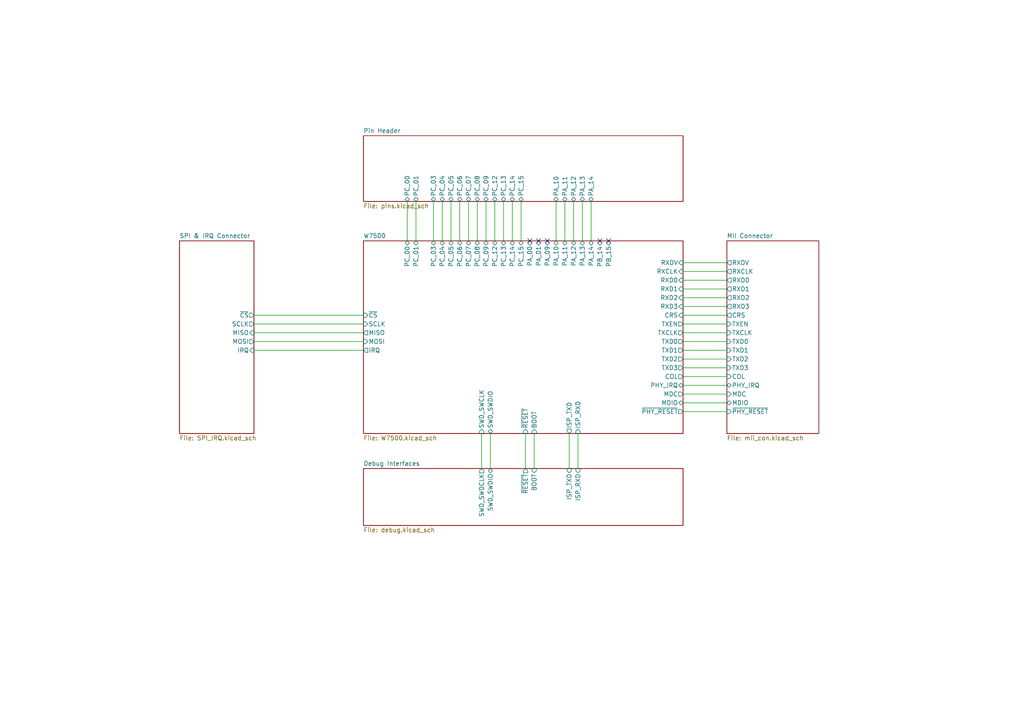
<source format=kicad_sch>
(kicad_sch
	(version 20231120)
	(generator "eeschema")
	(generator_version "8.0")
	(uuid "460d8abe-0ad9-4d14-ab03-1a3732521393")
	(paper "A4")
	(title_block
		(title "W7500 MAC Card")
		(date "2024-08-09")
	)
	(lib_symbols)
	(no_connect
		(at 176.53 69.85)
		(uuid "26995660-b90e-4349-a6fb-7e714b505bd5")
	)
	(no_connect
		(at 173.99 69.85)
		(uuid "4dc32cce-7829-43f5-acf7-e584e39c530e")
	)
	(no_connect
		(at 156.21 69.85)
		(uuid "605c0973-7652-42fd-a699-4ef18478e180")
	)
	(no_connect
		(at 158.75 69.85)
		(uuid "62e9bad4-ea1b-4966-95dd-d9903b0090f7")
	)
	(no_connect
		(at 153.67 69.85)
		(uuid "f257e627-6a27-4b7a-9ba4-cc062b595c9d")
	)
	(wire
		(pts
			(xy 198.12 88.9) (xy 210.82 88.9)
		)
		(stroke
			(width 0)
			(type default)
		)
		(uuid "00e8507e-7193-4e9f-990d-5e2c844eafb0")
	)
	(wire
		(pts
			(xy 198.12 101.6) (xy 210.82 101.6)
		)
		(stroke
			(width 0)
			(type default)
		)
		(uuid "07d9bdd4-e708-4e90-b85d-6e21c2409e37")
	)
	(wire
		(pts
			(xy 139.7 125.73) (xy 139.7 135.89)
		)
		(stroke
			(width 0)
			(type default)
		)
		(uuid "0991bc34-c6ec-4c31-a026-0d8f0f4b629a")
	)
	(wire
		(pts
			(xy 198.12 119.38) (xy 210.82 119.38)
		)
		(stroke
			(width 0)
			(type default)
		)
		(uuid "099ea666-1c57-4060-97d6-2b023db7a87f")
	)
	(wire
		(pts
			(xy 125.73 58.42) (xy 125.73 69.85)
		)
		(stroke
			(width 0)
			(type default)
		)
		(uuid "0d0f8d8b-da25-482a-8be0-79f17e70d5c3")
	)
	(wire
		(pts
			(xy 151.13 58.42) (xy 151.13 69.85)
		)
		(stroke
			(width 0)
			(type default)
		)
		(uuid "0eb7e796-0535-4920-a09f-5c517347bea4")
	)
	(wire
		(pts
			(xy 118.11 58.42) (xy 118.11 69.85)
		)
		(stroke
			(width 0)
			(type default)
		)
		(uuid "109b0b4c-cb34-4144-a33b-8591a78879e7")
	)
	(wire
		(pts
			(xy 143.51 58.42) (xy 143.51 69.85)
		)
		(stroke
			(width 0)
			(type default)
		)
		(uuid "10d8c202-1eb6-457b-8606-0a7428772b14")
	)
	(wire
		(pts
			(xy 128.27 58.42) (xy 128.27 69.85)
		)
		(stroke
			(width 0)
			(type default)
		)
		(uuid "163347e7-2984-4eb0-baab-47659b492ca5")
	)
	(wire
		(pts
			(xy 73.66 93.98) (xy 105.41 93.98)
		)
		(stroke
			(width 0)
			(type default)
		)
		(uuid "1fa4f136-a32f-48e6-ae8b-367fe9105ebe")
	)
	(wire
		(pts
			(xy 165.1 125.73) (xy 165.1 135.89)
		)
		(stroke
			(width 0)
			(type default)
		)
		(uuid "270bbd0b-a015-4a87-9991-79b89e67a8fd")
	)
	(wire
		(pts
			(xy 140.97 58.42) (xy 140.97 69.85)
		)
		(stroke
			(width 0)
			(type default)
		)
		(uuid "2742ae4c-fd60-4141-b39a-f3c44d5fe071")
	)
	(wire
		(pts
			(xy 198.12 109.22) (xy 210.82 109.22)
		)
		(stroke
			(width 0)
			(type default)
		)
		(uuid "2c6a5442-6f33-498c-a5c3-122e4b40142e")
	)
	(wire
		(pts
			(xy 171.45 58.42) (xy 171.45 69.85)
		)
		(stroke
			(width 0)
			(type default)
		)
		(uuid "2f72b577-dc3b-4208-9108-330eda783e6c")
	)
	(wire
		(pts
			(xy 168.91 58.42) (xy 168.91 69.85)
		)
		(stroke
			(width 0)
			(type default)
		)
		(uuid "300a1def-2f6a-48a4-a922-aea91788fff1")
	)
	(wire
		(pts
			(xy 198.12 96.52) (xy 210.82 96.52)
		)
		(stroke
			(width 0)
			(type default)
		)
		(uuid "31393379-9760-428b-96b0-f71ab2a96b85")
	)
	(wire
		(pts
			(xy 198.12 106.68) (xy 210.82 106.68)
		)
		(stroke
			(width 0)
			(type default)
		)
		(uuid "317f3088-c034-405d-a3a6-331515c7d6ec")
	)
	(wire
		(pts
			(xy 198.12 91.44) (xy 210.82 91.44)
		)
		(stroke
			(width 0)
			(type default)
		)
		(uuid "42ab1529-4a83-4da1-9b60-bead3f8a9532")
	)
	(wire
		(pts
			(xy 198.12 114.3) (xy 210.82 114.3)
		)
		(stroke
			(width 0)
			(type default)
		)
		(uuid "4735adc9-a522-443c-a7a8-c83bf60ced7b")
	)
	(wire
		(pts
			(xy 73.66 101.6) (xy 105.41 101.6)
		)
		(stroke
			(width 0)
			(type default)
		)
		(uuid "51fff32d-3b4c-440c-a65f-6c866951104d")
	)
	(wire
		(pts
			(xy 167.64 125.73) (xy 167.64 135.89)
		)
		(stroke
			(width 0)
			(type default)
		)
		(uuid "5553e5bc-3d02-4bb8-a385-0c0cf7ef860b")
	)
	(wire
		(pts
			(xy 73.66 96.52) (xy 105.41 96.52)
		)
		(stroke
			(width 0)
			(type default)
		)
		(uuid "56e05f68-02e8-4e27-98a5-350cb153a30b")
	)
	(wire
		(pts
			(xy 130.81 58.42) (xy 130.81 69.85)
		)
		(stroke
			(width 0)
			(type default)
		)
		(uuid "6ad8f5bc-7de6-4974-8c08-059e1a235758")
	)
	(wire
		(pts
			(xy 198.12 78.74) (xy 210.82 78.74)
		)
		(stroke
			(width 0)
			(type default)
		)
		(uuid "719b12cd-4e41-40d3-a9e3-0ed30084daf5")
	)
	(wire
		(pts
			(xy 198.12 93.98) (xy 210.82 93.98)
		)
		(stroke
			(width 0)
			(type default)
		)
		(uuid "81537734-2c72-4f35-a351-7ac5e9d65edd")
	)
	(wire
		(pts
			(xy 154.94 125.73) (xy 154.94 135.89)
		)
		(stroke
			(width 0)
			(type default)
		)
		(uuid "90c85d31-3a2d-4068-ba2f-ec2fd28b8c8f")
	)
	(wire
		(pts
			(xy 142.24 125.73) (xy 142.24 135.89)
		)
		(stroke
			(width 0)
			(type default)
		)
		(uuid "94dfb431-40c4-495d-9b46-90fe3b28a4d1")
	)
	(wire
		(pts
			(xy 148.59 58.42) (xy 148.59 69.85)
		)
		(stroke
			(width 0)
			(type default)
		)
		(uuid "9c59fc2c-8a9a-480a-8d05-d070888651ce")
	)
	(wire
		(pts
			(xy 152.4 125.73) (xy 152.4 135.89)
		)
		(stroke
			(width 0)
			(type default)
		)
		(uuid "a1fcdadb-0578-4532-929c-cf48228debdc")
	)
	(wire
		(pts
			(xy 133.35 58.42) (xy 133.35 69.85)
		)
		(stroke
			(width 0)
			(type default)
		)
		(uuid "a3b359e4-96fc-4724-a2e7-998e649ad855")
	)
	(wire
		(pts
			(xy 198.12 104.14) (xy 210.82 104.14)
		)
		(stroke
			(width 0)
			(type default)
		)
		(uuid "aaa1f1f7-4d2b-43e3-94f0-b4d34f0de01a")
	)
	(wire
		(pts
			(xy 198.12 111.76) (xy 210.82 111.76)
		)
		(stroke
			(width 0)
			(type default)
		)
		(uuid "ac01fc5b-1f8b-4c5a-ba04-a40142d334a5")
	)
	(wire
		(pts
			(xy 135.89 58.42) (xy 135.89 69.85)
		)
		(stroke
			(width 0)
			(type default)
		)
		(uuid "ad245923-951e-459f-be48-3d1a862dfff2")
	)
	(wire
		(pts
			(xy 163.83 58.42) (xy 163.83 69.85)
		)
		(stroke
			(width 0)
			(type default)
		)
		(uuid "beeb3325-d17c-493e-b067-fb1be5af491a")
	)
	(wire
		(pts
			(xy 166.37 58.42) (xy 166.37 69.85)
		)
		(stroke
			(width 0)
			(type default)
		)
		(uuid "c8dc02ff-7d6e-43e0-9bae-58c43eb39d26")
	)
	(wire
		(pts
			(xy 146.05 58.42) (xy 146.05 69.85)
		)
		(stroke
			(width 0)
			(type default)
		)
		(uuid "cd32dc01-c157-4e51-8939-41e27873c564")
	)
	(wire
		(pts
			(xy 120.65 58.42) (xy 120.65 69.85)
		)
		(stroke
			(width 0)
			(type default)
		)
		(uuid "cf5f52c6-7a42-4c24-8b2a-01e694fbcc50")
	)
	(wire
		(pts
			(xy 198.12 86.36) (xy 210.82 86.36)
		)
		(stroke
			(width 0)
			(type default)
		)
		(uuid "d14e3682-a7bf-40dc-a097-fcddc725fb85")
	)
	(wire
		(pts
			(xy 198.12 76.2) (xy 210.82 76.2)
		)
		(stroke
			(width 0)
			(type default)
		)
		(uuid "d35468e5-2f43-453f-b4e7-1fe2c1386c80")
	)
	(wire
		(pts
			(xy 198.12 83.82) (xy 210.82 83.82)
		)
		(stroke
			(width 0)
			(type default)
		)
		(uuid "d48b4bc0-5616-44a5-bb5b-5edbc5a85fd4")
	)
	(wire
		(pts
			(xy 198.12 116.84) (xy 210.82 116.84)
		)
		(stroke
			(width 0)
			(type default)
		)
		(uuid "dee75c2e-db83-481f-b1ae-f4607a716f7f")
	)
	(wire
		(pts
			(xy 73.66 91.44) (xy 105.41 91.44)
		)
		(stroke
			(width 0)
			(type default)
		)
		(uuid "e181ddf5-51fe-45bd-a6bd-6d6229e87274")
	)
	(wire
		(pts
			(xy 73.66 99.06) (xy 105.41 99.06)
		)
		(stroke
			(width 0)
			(type default)
		)
		(uuid "e465b560-5387-4f6f-87aa-434f2bcf5d24")
	)
	(wire
		(pts
			(xy 138.43 58.42) (xy 138.43 69.85)
		)
		(stroke
			(width 0)
			(type default)
		)
		(uuid "e92fecac-0cb7-442d-9e24-416bc6f81ac5")
	)
	(wire
		(pts
			(xy 198.12 81.28) (xy 210.82 81.28)
		)
		(stroke
			(width 0)
			(type default)
		)
		(uuid "eacaacf8-5483-4dd3-a0a3-3ef337a2bb6f")
	)
	(wire
		(pts
			(xy 198.12 99.06) (xy 210.82 99.06)
		)
		(stroke
			(width 0)
			(type default)
		)
		(uuid "f2d955f8-49a6-4faa-a4d9-f24090cdcc35")
	)
	(wire
		(pts
			(xy 161.29 58.42) (xy 161.29 69.85)
		)
		(stroke
			(width 0)
			(type default)
		)
		(uuid "ffda09fe-29fd-43f7-a89b-173e04310a02")
	)
	(sheet
		(at 52.07 69.85)
		(size 21.59 55.88)
		(fields_autoplaced yes)
		(stroke
			(width 0.1524)
			(type solid)
		)
		(fill
			(color 0 0 0 0.0000)
		)
		(uuid "0b008659-3025-4d41-afeb-b04ab35b6fe4")
		(property "Sheetname" "SPI & IRQ Connector"
			(at 52.07 69.1384 0)
			(effects
				(font
					(size 1.27 1.27)
				)
				(justify left bottom)
			)
		)
		(property "Sheetfile" "SPI_IRQ.kicad_sch"
			(at 52.07 126.3146 0)
			(effects
				(font
					(size 1.27 1.27)
				)
				(justify left top)
			)
		)
		(pin "MISO" input
			(at 73.66 96.52 0)
			(effects
				(font
					(size 1.27 1.27)
				)
				(justify right)
			)
			(uuid "aeeff403-f4f4-4d4a-819a-5e8084691403")
		)
		(pin "SCLK" output
			(at 73.66 93.98 0)
			(effects
				(font
					(size 1.27 1.27)
				)
				(justify right)
			)
			(uuid "a8425780-755d-4798-8c94-483212f6e733")
		)
		(pin "IRQ" input
			(at 73.66 101.6 0)
			(effects
				(font
					(size 1.27 1.27)
				)
				(justify right)
			)
			(uuid "f7f6bc27-c16c-4af7-ba49-bedad0dd4109")
		)
		(pin "~{CS}" output
			(at 73.66 91.44 0)
			(effects
				(font
					(size 1.27 1.27)
				)
				(justify right)
			)
			(uuid "65f30644-0102-4386-95b3-ff64a843e6bd")
		)
		(pin "MOSI" output
			(at 73.66 99.06 0)
			(effects
				(font
					(size 1.27 1.27)
				)
				(justify right)
			)
			(uuid "00f5a7c0-a4cd-419a-bf60-67f0f8a566ae")
		)
		(instances
			(project "W7500_MAC"
				(path "/460d8abe-0ad9-4d14-ab03-1a3732521393"
					(page "4")
				)
			)
		)
	)
	(sheet
		(at 105.41 135.89)
		(size 92.71 16.51)
		(fields_autoplaced yes)
		(stroke
			(width 0.1524)
			(type solid)
		)
		(fill
			(color 0 0 0 0.0000)
		)
		(uuid "50e145b1-6044-42db-be98-21033c064e7b")
		(property "Sheetname" "Debug Interfaces"
			(at 105.41 135.1784 0)
			(effects
				(font
					(size 1.27 1.27)
				)
				(justify left bottom)
			)
		)
		(property "Sheetfile" "debug.kicad_sch"
			(at 105.41 152.9846 0)
			(effects
				(font
					(size 1.27 1.27)
				)
				(justify left top)
			)
		)
		(pin "BOOT" input
			(at 154.94 135.89 90)
			(effects
				(font
					(size 1.27 1.27)
				)
				(justify right)
			)
			(uuid "c43984f7-05d5-432a-be43-40406133e33f")
		)
		(pin "SWD_SWDCLK" output
			(at 139.7 135.89 90)
			(effects
				(font
					(size 1.27 1.27)
				)
				(justify right)
			)
			(uuid "16625741-73fe-4043-8395-2fd4caf8e90c")
		)
		(pin "SWD_SWDIO" bidirectional
			(at 142.24 135.89 90)
			(effects
				(font
					(size 1.27 1.27)
				)
				(justify right)
			)
			(uuid "2b424e8d-5679-47c7-92e1-be782807c3c0")
		)
		(pin "ISP_TXD" input
			(at 165.1 135.89 90)
			(effects
				(font
					(size 1.27 1.27)
				)
				(justify right)
			)
			(uuid "cf8be77c-9f10-462b-8b3d-1be5174719d6")
		)
		(pin "ISP_RXD" input
			(at 167.64 135.89 90)
			(effects
				(font
					(size 1.27 1.27)
				)
				(justify right)
			)
			(uuid "85c35943-8527-489f-a03a-de2f6a2a4ce9")
		)
		(pin "~{RESET}" output
			(at 152.4 135.89 90)
			(effects
				(font
					(size 1.27 1.27)
				)
				(justify right)
			)
			(uuid "0d6c53c5-812b-414a-8dc1-1f798286d385")
		)
		(instances
			(project "W7500_MAC"
				(path "/460d8abe-0ad9-4d14-ab03-1a3732521393"
					(page "5")
				)
			)
		)
	)
	(sheet
		(at 210.82 69.85)
		(size 26.67 55.88)
		(fields_autoplaced yes)
		(stroke
			(width 0.1524)
			(type solid)
		)
		(fill
			(color 0 0 0 0.0000)
		)
		(uuid "6597f2a1-3806-4dfe-9687-23176bf0f0f1")
		(property "Sheetname" "MII Connector"
			(at 210.82 69.1384 0)
			(effects
				(font
					(size 1.27 1.27)
				)
				(justify left bottom)
			)
		)
		(property "Sheetfile" "mii_con.kicad_sch"
			(at 210.82 126.3146 0)
			(effects
				(font
					(size 1.27 1.27)
				)
				(justify left top)
			)
		)
		(pin "COL" input
			(at 210.82 109.22 180)
			(effects
				(font
					(size 1.27 1.27)
				)
				(justify left)
			)
			(uuid "1650d177-4514-4ae5-8bde-1f7a7b62f71a")
		)
		(pin "CRS" output
			(at 210.82 91.44 180)
			(effects
				(font
					(size 1.27 1.27)
				)
				(justify left)
			)
			(uuid "28f04935-9050-4737-93cf-da434d70f43f")
		)
		(pin "RXCLK" output
			(at 210.82 78.74 180)
			(effects
				(font
					(size 1.27 1.27)
				)
				(justify left)
			)
			(uuid "6e9ac394-8910-4ee9-a3ca-db5d690bffdc")
		)
		(pin "~{PHY_RESET}" input
			(at 210.82 119.38 180)
			(effects
				(font
					(size 1.27 1.27)
				)
				(justify left)
			)
			(uuid "706c4d7b-277f-4dcf-a75e-aaf11b982d70")
		)
		(pin "RXDV" output
			(at 210.82 76.2 180)
			(effects
				(font
					(size 1.27 1.27)
				)
				(justify left)
			)
			(uuid "124cc5af-ed46-446f-8592-978ce08b7e18")
		)
		(pin "TXEN" input
			(at 210.82 93.98 180)
			(effects
				(font
					(size 1.27 1.27)
				)
				(justify left)
			)
			(uuid "f0fb454d-619d-4169-b045-ca4c56863514")
		)
		(pin "TXD3" input
			(at 210.82 106.68 180)
			(effects
				(font
					(size 1.27 1.27)
				)
				(justify left)
			)
			(uuid "a713d7d9-baf9-4d63-8591-1dbf87fd12cb")
		)
		(pin "TXCLK" input
			(at 210.82 96.52 180)
			(effects
				(font
					(size 1.27 1.27)
				)
				(justify left)
			)
			(uuid "5d64e0ab-8555-4117-88f9-6c4e90da5313")
		)
		(pin "PHY_IRQ" bidirectional
			(at 210.82 111.76 180)
			(effects
				(font
					(size 1.27 1.27)
				)
				(justify left)
			)
			(uuid "5d4addea-061f-46d7-91a8-16031acaa73a")
		)
		(pin "TXD2" input
			(at 210.82 104.14 180)
			(effects
				(font
					(size 1.27 1.27)
				)
				(justify left)
			)
			(uuid "af1b44b6-6139-4de3-a811-1ed617708bef")
		)
		(pin "RXD2" output
			(at 210.82 86.36 180)
			(effects
				(font
					(size 1.27 1.27)
				)
				(justify left)
			)
			(uuid "2d7927e5-f509-458a-9da6-817cd209b8db")
		)
		(pin "RXD3" output
			(at 210.82 88.9 180)
			(effects
				(font
					(size 1.27 1.27)
				)
				(justify left)
			)
			(uuid "aae5002c-e502-4ede-90cb-a5a2800a48bf")
		)
		(pin "MDIO" bidirectional
			(at 210.82 116.84 180)
			(effects
				(font
					(size 1.27 1.27)
				)
				(justify left)
			)
			(uuid "7b10eb39-e47c-477f-9889-61865984e540")
		)
		(pin "RXD1" output
			(at 210.82 83.82 180)
			(effects
				(font
					(size 1.27 1.27)
				)
				(justify left)
			)
			(uuid "674ff5f3-15a6-4d0e-993a-9aa09902e9d4")
		)
		(pin "RXD0" output
			(at 210.82 81.28 180)
			(effects
				(font
					(size 1.27 1.27)
				)
				(justify left)
			)
			(uuid "197dcb53-b691-43e0-b6b1-25e14531e62d")
		)
		(pin "TXD1" input
			(at 210.82 101.6 180)
			(effects
				(font
					(size 1.27 1.27)
				)
				(justify left)
			)
			(uuid "1bddf078-0bbb-4600-8576-8d87a2a1cd48")
		)
		(pin "MDC" input
			(at 210.82 114.3 180)
			(effects
				(font
					(size 1.27 1.27)
				)
				(justify left)
			)
			(uuid "312f1f35-f5c3-40a4-ab24-91b03dbd5c69")
		)
		(pin "TXD0" input
			(at 210.82 99.06 180)
			(effects
				(font
					(size 1.27 1.27)
				)
				(justify left)
			)
			(uuid "8353d041-e6db-4673-a5f0-fc48be3a7fdf")
		)
		(instances
			(project "W7500_MAC"
				(path "/460d8abe-0ad9-4d14-ab03-1a3732521393"
					(page "3")
				)
			)
		)
	)
	(sheet
		(at 105.41 39.37)
		(size 92.71 19.05)
		(fields_autoplaced yes)
		(stroke
			(width 0.1524)
			(type solid)
		)
		(fill
			(color 0 0 0 0.0000)
		)
		(uuid "87e8c1c5-fb09-41fd-9ad7-98c349e34855")
		(property "Sheetname" "Pin Header"
			(at 105.41 38.6584 0)
			(effects
				(font
					(size 1.27 1.27)
				)
				(justify left bottom)
			)
		)
		(property "Sheetfile" "pins.kicad_sch"
			(at 105.41 59.0046 0)
			(effects
				(font
					(size 1.27 1.27)
				)
				(justify left top)
			)
		)
		(pin "PC_03" bidirectional
			(at 125.73 58.42 270)
			(effects
				(font
					(size 1.27 1.27)
				)
				(justify left)
			)
			(uuid "41c63176-6c0c-41fa-8e01-7345c08e1e1a")
		)
		(pin "PC_04" bidirectional
			(at 128.27 58.42 270)
			(effects
				(font
					(size 1.27 1.27)
				)
				(justify left)
			)
			(uuid "b43539e9-4089-4776-90f4-7ef39dd9dbe3")
		)
		(pin "PA_12" bidirectional
			(at 166.37 58.42 270)
			(effects
				(font
					(size 1.27 1.27)
				)
				(justify left)
			)
			(uuid "eec37b05-8033-4a70-a468-c310fffa3f67")
		)
		(pin "PC_01" bidirectional
			(at 120.65 58.42 270)
			(effects
				(font
					(size 1.27 1.27)
				)
				(justify left)
			)
			(uuid "139484f3-4c07-4a7b-aa67-baaedc370508")
		)
		(pin "PA_13" bidirectional
			(at 168.91 58.42 270)
			(effects
				(font
					(size 1.27 1.27)
				)
				(justify left)
			)
			(uuid "b2736640-cbea-4838-b1b1-94ac1dd7c474")
		)
		(pin "PC_07" bidirectional
			(at 135.89 58.42 270)
			(effects
				(font
					(size 1.27 1.27)
				)
				(justify left)
			)
			(uuid "414d5d03-06be-45ca-b785-a2d1768e3682")
		)
		(pin "PA_11" bidirectional
			(at 163.83 58.42 270)
			(effects
				(font
					(size 1.27 1.27)
				)
				(justify left)
			)
			(uuid "841c1443-eb81-4f4e-984c-8acf16f7c76d")
		)
		(pin "PA_14" bidirectional
			(at 171.45 58.42 270)
			(effects
				(font
					(size 1.27 1.27)
				)
				(justify left)
			)
			(uuid "27450310-a427-4f39-bffa-43cc10d35e5e")
		)
		(pin "PC_06" bidirectional
			(at 133.35 58.42 270)
			(effects
				(font
					(size 1.27 1.27)
				)
				(justify left)
			)
			(uuid "03dbeae4-98b2-47d1-9f53-f77509f92d66")
		)
		(pin "PC_00" bidirectional
			(at 118.11 58.42 270)
			(effects
				(font
					(size 1.27 1.27)
				)
				(justify left)
			)
			(uuid "310e0263-9001-46bb-a5c5-cb0626c157be")
		)
		(pin "PC_05" bidirectional
			(at 130.81 58.42 270)
			(effects
				(font
					(size 1.27 1.27)
				)
				(justify left)
			)
			(uuid "f2222a8a-3407-4da1-a915-c64621d387d9")
		)
		(pin "PC_15" bidirectional
			(at 151.13 58.42 270)
			(effects
				(font
					(size 1.27 1.27)
				)
				(justify left)
			)
			(uuid "014c1f06-0325-4087-8b3a-87249ba44669")
		)
		(pin "PC_13" bidirectional
			(at 146.05 58.42 270)
			(effects
				(font
					(size 1.27 1.27)
				)
				(justify left)
			)
			(uuid "aa5d6787-f221-4ca7-b54e-ad33508e2f42")
		)
		(pin "PC_09" bidirectional
			(at 140.97 58.42 270)
			(effects
				(font
					(size 1.27 1.27)
				)
				(justify left)
			)
			(uuid "d5c61992-aca3-4871-899d-5b3f2e8d8c77")
		)
		(pin "PC_14" bidirectional
			(at 148.59 58.42 270)
			(effects
				(font
					(size 1.27 1.27)
				)
				(justify left)
			)
			(uuid "ca67d15d-d5be-42ba-86cc-1d507a5d99a4")
		)
		(pin "PC_12" bidirectional
			(at 143.51 58.42 270)
			(effects
				(font
					(size 1.27 1.27)
				)
				(justify left)
			)
			(uuid "b55d6b36-c6d0-4d2a-90e6-e258b8ef8cf4")
		)
		(pin "PC_08" bidirectional
			(at 138.43 58.42 270)
			(effects
				(font
					(size 1.27 1.27)
				)
				(justify left)
			)
			(uuid "15630fb7-8c44-429c-8342-c0af259f3045")
		)
		(pin "PA_10" bidirectional
			(at 161.29 58.42 270)
			(effects
				(font
					(size 1.27 1.27)
				)
				(justify left)
			)
			(uuid "28d56d9c-e029-455b-b105-710fea4d9564")
		)
		(instances
			(project "W7500_MAC"
				(path "/460d8abe-0ad9-4d14-ab03-1a3732521393"
					(page "6")
				)
			)
		)
	)
	(sheet
		(at 105.41 69.85)
		(size 92.71 55.88)
		(fields_autoplaced yes)
		(stroke
			(width 0.1524)
			(type solid)
		)
		(fill
			(color 0 0 0 0.0000)
		)
		(uuid "c207e005-6e4c-48a4-b525-dea2f31ff573")
		(property "Sheetname" "W7500"
			(at 105.41 69.1384 0)
			(effects
				(font
					(size 1.27 1.27)
				)
				(justify left bottom)
			)
		)
		(property "Sheetfile" "W7500.kicad_sch"
			(at 105.41 126.3146 0)
			(effects
				(font
					(size 1.27 1.27)
				)
				(justify left top)
			)
		)
		(pin "SWD_SWCLK" input
			(at 139.7 125.73 270)
			(effects
				(font
					(size 1.27 1.27)
				)
				(justify left)
			)
			(uuid "540f3812-76f1-42af-b6c8-90171ad28850")
		)
		(pin "SWD_SWDIO" bidirectional
			(at 142.24 125.73 270)
			(effects
				(font
					(size 1.27 1.27)
				)
				(justify left)
			)
			(uuid "77d0c0ca-bce7-460f-a126-5d5daa7a2b52")
		)
		(pin "RXD0" input
			(at 198.12 81.28 0)
			(effects
				(font
					(size 1.27 1.27)
				)
				(justify right)
			)
			(uuid "29c6ae90-2f85-4248-91cb-6b6263e9c74a")
		)
		(pin "ISP_RXD" input
			(at 167.64 125.73 270)
			(effects
				(font
					(size 1.27 1.27)
				)
				(justify left)
			)
			(uuid "e982e2db-2072-48ff-931e-cc20b62e0e1d")
		)
		(pin "ISP_TXD" output
			(at 165.1 125.73 270)
			(effects
				(font
					(size 1.27 1.27)
				)
				(justify left)
			)
			(uuid "968be239-999d-4497-a2cd-0d834c17aed6")
		)
		(pin "RXCLK" input
			(at 198.12 78.74 0)
			(effects
				(font
					(size 1.27 1.27)
				)
				(justify right)
			)
			(uuid "b95b3cca-8899-41ca-a460-b0ae289dadc5")
		)
		(pin "TXCLK" output
			(at 198.12 96.52 0)
			(effects
				(font
					(size 1.27 1.27)
				)
				(justify right)
			)
			(uuid "325983ea-9ef1-44b1-b343-5b648b68d441")
		)
		(pin "TXD0" output
			(at 198.12 99.06 0)
			(effects
				(font
					(size 1.27 1.27)
				)
				(justify right)
			)
			(uuid "e36039f1-b68e-4db4-82f7-884d19f475b2")
		)
		(pin "TXD2" output
			(at 198.12 104.14 0)
			(effects
				(font
					(size 1.27 1.27)
				)
				(justify right)
			)
			(uuid "506c8892-c180-482c-923e-bdabefcf30d0")
		)
		(pin "RXD3" input
			(at 198.12 88.9 0)
			(effects
				(font
					(size 1.27 1.27)
				)
				(justify right)
			)
			(uuid "5d893f76-219c-4b69-a65a-ed5115b923d0")
		)
		(pin "CRS" input
			(at 198.12 91.44 0)
			(effects
				(font
					(size 1.27 1.27)
				)
				(justify right)
			)
			(uuid "18fea4e8-ac11-4f1a-8cd5-cfa3402095d0")
		)
		(pin "RXDV" input
			(at 198.12 76.2 0)
			(effects
				(font
					(size 1.27 1.27)
				)
				(justify right)
			)
			(uuid "7f26e0b7-031f-40d3-b3f9-63fa3b0aaae2")
		)
		(pin "RXD1" input
			(at 198.12 83.82 0)
			(effects
				(font
					(size 1.27 1.27)
				)
				(justify right)
			)
			(uuid "57d5f331-bed9-480b-ac92-607aebb27399")
		)
		(pin "RXD2" input
			(at 198.12 86.36 0)
			(effects
				(font
					(size 1.27 1.27)
				)
				(justify right)
			)
			(uuid "4c624d7d-d9d5-4680-b2ba-dd9e0184baf9")
		)
		(pin "TXD3" output
			(at 198.12 106.68 0)
			(effects
				(font
					(size 1.27 1.27)
				)
				(justify right)
			)
			(uuid "bab24410-a2ed-4b95-8804-f6f6b475edba")
		)
		(pin "TXEN" output
			(at 198.12 93.98 0)
			(effects
				(font
					(size 1.27 1.27)
				)
				(justify right)
			)
			(uuid "04c73abd-8808-4602-9f3b-336406f39a03")
		)
		(pin "COL" output
			(at 198.12 109.22 0)
			(effects
				(font
					(size 1.27 1.27)
				)
				(justify right)
			)
			(uuid "81acf11f-c16b-419e-8d74-a43ea6d544d7")
		)
		(pin "~{RESET}" input
			(at 152.4 125.73 270)
			(effects
				(font
					(size 1.27 1.27)
				)
				(justify left)
			)
			(uuid "9f73849b-ff1f-431c-aaf2-93180f722f38")
		)
		(pin "~{CS}" input
			(at 105.41 91.44 180)
			(effects
				(font
					(size 1.27 1.27)
				)
				(justify left)
			)
			(uuid "f9a07006-99fc-4020-bdb6-405b524e58c9")
		)
		(pin "SCLK" input
			(at 105.41 93.98 180)
			(effects
				(font
					(size 1.27 1.27)
				)
				(justify left)
			)
			(uuid "ade5e4a9-f87a-42da-9e4b-77d2ebacbb22")
		)
		(pin "MISO" output
			(at 105.41 96.52 180)
			(effects
				(font
					(size 1.27 1.27)
				)
				(justify left)
			)
			(uuid "efc70840-7063-45f2-ba49-ef2b638d670f")
		)
		(pin "MOSI" input
			(at 105.41 99.06 180)
			(effects
				(font
					(size 1.27 1.27)
				)
				(justify left)
			)
			(uuid "f94f0350-2114-42f0-9548-170a7a63a9c8")
		)
		(pin "BOOT" input
			(at 154.94 125.73 270)
			(effects
				(font
					(size 1.27 1.27)
				)
				(justify left)
			)
			(uuid "d48d06d5-7ce9-498d-8fd1-85fa1a8041fe")
		)
		(pin "IRQ" output
			(at 105.41 101.6 180)
			(effects
				(font
					(size 1.27 1.27)
				)
				(justify left)
			)
			(uuid "c287c50b-a985-4ebc-bfb6-edf8d3c30f07")
		)
		(pin "~{PHY_RESET}" output
			(at 198.12 119.38 0)
			(effects
				(font
					(size 1.27 1.27)
				)
				(justify right)
			)
			(uuid "c288e08b-60c9-4bd0-aa01-fbf2ea137406")
		)
		(pin "MDIO" bidirectional
			(at 198.12 116.84 0)
			(effects
				(font
					(size 1.27 1.27)
				)
				(justify right)
			)
			(uuid "0f6ab6d7-d949-4a4d-9b82-f2cbec95bbcd")
		)
		(pin "MDC" output
			(at 198.12 114.3 0)
			(effects
				(font
					(size 1.27 1.27)
				)
				(justify right)
			)
			(uuid "f05679c3-d5ae-4c30-b298-c1c0d2ab7c9e")
		)
		(pin "PHY_IRQ" bidirectional
			(at 198.12 111.76 0)
			(effects
				(font
					(size 1.27 1.27)
				)
				(justify right)
			)
			(uuid "c2abfcbe-8e73-40fc-a7a6-26574db5005a")
		)
		(pin "PC_04" bidirectional
			(at 128.27 69.85 90)
			(effects
				(font
					(size 1.27 1.27)
				)
				(justify right)
			)
			(uuid "be111ec4-a372-44ab-b9fb-1641f814b066")
		)
		(pin "PC_01" bidirectional
			(at 120.65 69.85 90)
			(effects
				(font
					(size 1.27 1.27)
				)
				(justify right)
			)
			(uuid "f8dee05e-b769-45b0-80a2-bab033fa9c34")
		)
		(pin "PC_03" bidirectional
			(at 125.73 69.85 90)
			(effects
				(font
					(size 1.27 1.27)
				)
				(justify right)
			)
			(uuid "fe093945-e0f5-4715-9641-fcbce1034d35")
		)
		(pin "PC_05" bidirectional
			(at 130.81 69.85 90)
			(effects
				(font
					(size 1.27 1.27)
				)
				(justify right)
			)
			(uuid "492b4c35-3e43-4a50-bc75-04ba1d526df7")
		)
		(pin "PC_07" bidirectional
			(at 135.89 69.85 90)
			(effects
				(font
					(size 1.27 1.27)
				)
				(justify right)
			)
			(uuid "dc36ef95-ea1c-4e66-92df-bafe77bc0a1c")
		)
		(pin "PC_06" bidirectional
			(at 133.35 69.85 90)
			(effects
				(font
					(size 1.27 1.27)
				)
				(justify right)
			)
			(uuid "f54dc825-c630-4225-877c-eb1768250208")
		)
		(pin "PC_00" bidirectional
			(at 118.11 69.85 90)
			(effects
				(font
					(size 1.27 1.27)
				)
				(justify right)
			)
			(uuid "a92efd98-80aa-4bce-b48f-314a7ab89fb7")
		)
		(pin "PC_09" bidirectional
			(at 140.97 69.85 90)
			(effects
				(font
					(size 1.27 1.27)
				)
				(justify right)
			)
			(uuid "7715c422-cc31-4479-8281-4caaa5607b52")
		)
		(pin "PB_14" bidirectional
			(at 173.99 69.85 90)
			(effects
				(font
					(size 1.27 1.27)
				)
				(justify right)
			)
			(uuid "a9787c69-ba33-46d9-98f6-7d465e21aa8e")
		)
		(pin "PC_15" bidirectional
			(at 151.13 69.85 90)
			(effects
				(font
					(size 1.27 1.27)
				)
				(justify right)
			)
			(uuid "bccd410e-3b41-44c6-993f-2caa136e7427")
		)
		(pin "PC_08" bidirectional
			(at 138.43 69.85 90)
			(effects
				(font
					(size 1.27 1.27)
				)
				(justify right)
			)
			(uuid "4f3f99ef-eb1d-4992-b001-4b85594d6819")
		)
		(pin "PC_13" bidirectional
			(at 146.05 69.85 90)
			(effects
				(font
					(size 1.27 1.27)
				)
				(justify right)
			)
			(uuid "610129d8-09e3-4653-81ad-8f0120dd0150")
		)
		(pin "PC_14" bidirectional
			(at 148.59 69.85 90)
			(effects
				(font
					(size 1.27 1.27)
				)
				(justify right)
			)
			(uuid "2dbc8545-6297-4934-8136-f96f874598f8")
		)
		(pin "PC_12" bidirectional
			(at 143.51 69.85 90)
			(effects
				(font
					(size 1.27 1.27)
				)
				(justify right)
			)
			(uuid "f013c4e7-90a5-4227-8631-1f7a99bef017")
		)
		(pin "TXD1" output
			(at 198.12 101.6 0)
			(effects
				(font
					(size 1.27 1.27)
				)
				(justify right)
			)
			(uuid "46976644-8863-4ead-8a36-99fe1783e393")
		)
		(pin "PA_12" bidirectional
			(at 166.37 69.85 90)
			(effects
				(font
					(size 1.27 1.27)
				)
				(justify right)
			)
			(uuid "6fe87baa-b2e9-4a4d-904b-472bfa8094c7")
		)
		(pin "PA_11" bidirectional
			(at 163.83 69.85 90)
			(effects
				(font
					(size 1.27 1.27)
				)
				(justify right)
			)
			(uuid "744a69f1-d5ab-4ed1-8b8c-4330af238d56")
		)
		(pin "PA_14" bidirectional
			(at 171.45 69.85 90)
			(effects
				(font
					(size 1.27 1.27)
				)
				(justify right)
			)
			(uuid "52b52e26-eca7-449f-b9a2-60236a699cff")
		)
		(pin "PA_13" bidirectional
			(at 168.91 69.85 90)
			(effects
				(font
					(size 1.27 1.27)
				)
				(justify right)
			)
			(uuid "34e4288f-3d07-4c9c-9029-d224b81f581a")
		)
		(pin "PA_00" bidirectional
			(at 153.67 69.85 90)
			(effects
				(font
					(size 1.27 1.27)
				)
				(justify right)
			)
			(uuid "7b0df7fb-1362-47a0-82bd-411cb782d4dc")
		)
		(pin "PB_15" bidirectional
			(at 176.53 69.85 90)
			(effects
				(font
					(size 1.27 1.27)
				)
				(justify right)
			)
			(uuid "89ae32c4-04ef-4b71-92bb-1825d67d7ba5")
		)
		(pin "PA_01" bidirectional
			(at 156.21 69.85 90)
			(effects
				(font
					(size 1.27 1.27)
				)
				(justify right)
			)
			(uuid "68e2ef51-96bc-41b6-91a2-a880ea4a3bbb")
		)
		(pin "PA_09" bidirectional
			(at 158.75 69.85 90)
			(effects
				(font
					(size 1.27 1.27)
				)
				(justify right)
			)
			(uuid "8b9b2abe-fab5-4609-8eca-f23fda110610")
		)
		(pin "PA_10" bidirectional
			(at 161.29 69.85 90)
			(effects
				(font
					(size 1.27 1.27)
				)
				(justify right)
			)
			(uuid "c0179f37-dd37-4010-b72c-b59cbf229a9e")
		)
		(instances
			(project "W7500_MAC"
				(path "/460d8abe-0ad9-4d14-ab03-1a3732521393"
					(page "2")
				)
			)
		)
	)
	(sheet_instances
		(path "/"
			(page "1")
		)
	)
)

</source>
